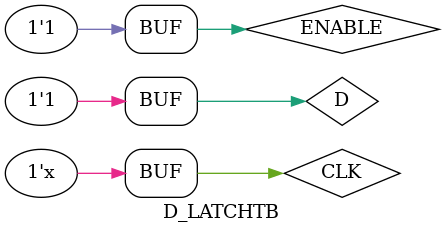
<source format=v>
`timescale 1ns / 1ps


module D_LATCHTB;
    reg CLK;  
    reg D;  
    reg ENABLE;  
    wire Q;
    wire QBAR;
     
  
D_LATCH uut( .d(D),.enable(ENABLE),.clk(CLK),.q(Q),.qbar(QBAR));
 
      initial begin  
        CLK <= 0;    
        D <= 0;  
        ENABLE <= 0;  
        end 
        
  always #50 CLK = ~CLK;
    initial 
    begin 
    
    ENABLE=0;D=0;
    #200
    ENABLE=0;D=1;
    #200
    ENABLE=1;D=0;
    #200
    ENABLE=1;D=1;
    
    end
    
    
   
       
      
endmodule 


</source>
